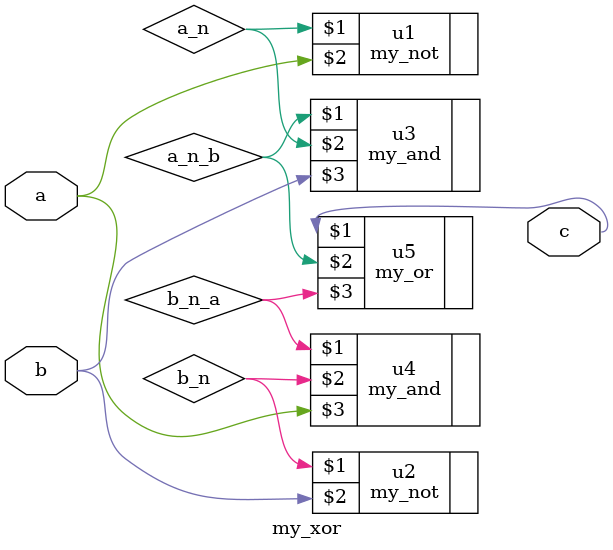
<source format=v>
`include "my_or.v"

module my_xor(c, a, b);
   input a, b;
   output c;

   wire   a_n, b_n, a_n_b, b_n_a;

   my_not u1(a_n, a);
   my_not u2(b_n, b);

   my_and u3(a_n_b, a_n, b);
   my_and u4(b_n_a, b_n, a);

   my_or u5(c, a_n_b, b_n_a);
endmodule 

</source>
